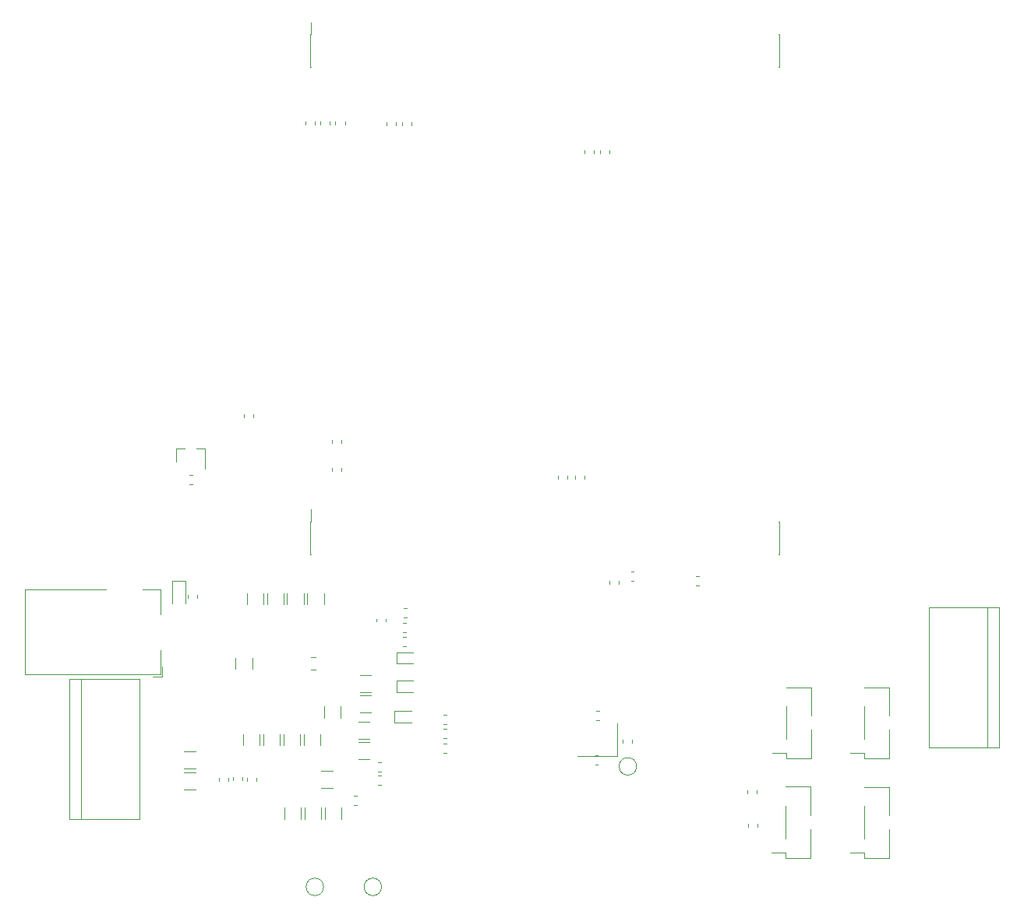
<source format=gbr>
G04 #@! TF.GenerationSoftware,KiCad,Pcbnew,5.0.2+dfsg1-1*
G04 #@! TF.CreationDate,2020-03-08T16:41:42+01:00*
G04 #@! TF.ProjectId,dlp_01,646c705f-3031-42e6-9b69-6361645f7063,rev?*
G04 #@! TF.SameCoordinates,Original*
G04 #@! TF.FileFunction,Legend,Bot*
G04 #@! TF.FilePolarity,Positive*
%FSLAX46Y46*%
G04 Gerber Fmt 4.6, Leading zero omitted, Abs format (unit mm)*
G04 Created by KiCad (PCBNEW 5.0.2+dfsg1-1) date Sun 08 Mar 2020 16:41:42 CET*
%MOMM*%
%LPD*%
G01*
G04 APERTURE LIST*
%ADD10C,0.120000*%
G04 APERTURE END LIST*
D10*
G04 #@! TO.C,R102*
X123241422Y-124590000D02*
X123758578Y-124590000D01*
X123241422Y-126010000D02*
X123758578Y-126010000D01*
G04 #@! TO.C,J1*
X174085000Y-60435000D02*
X174150000Y-60435000D01*
X174085000Y-56905000D02*
X174150000Y-56905000D01*
X123230000Y-60435000D02*
X123295000Y-60435000D01*
X123230000Y-56905000D02*
X123295000Y-56905000D01*
X123295000Y-55580000D02*
X123295000Y-56905000D01*
X174150000Y-56905000D02*
X174150000Y-60435000D01*
X123230000Y-56905000D02*
X123230000Y-60435000D01*
G04 #@! TO.C,J2*
X174085000Y-113425000D02*
X174150000Y-113425000D01*
X174085000Y-109895000D02*
X174150000Y-109895000D01*
X123230000Y-113425000D02*
X123295000Y-113425000D01*
X123230000Y-109895000D02*
X123295000Y-109895000D01*
X123295000Y-108570000D02*
X123295000Y-109895000D01*
X174150000Y-109895000D02*
X174150000Y-113425000D01*
X123230000Y-109895000D02*
X123230000Y-113425000D01*
G04 #@! TO.C,R10*
X157140000Y-133912779D02*
X157140000Y-133587221D01*
X158160000Y-133912779D02*
X158160000Y-133587221D01*
G04 #@! TO.C,R11*
X133237221Y-122390000D02*
X133562779Y-122390000D01*
X133237221Y-123410000D02*
X133562779Y-123410000D01*
G04 #@! TO.C,R12*
X133237221Y-120890000D02*
X133562779Y-120890000D01*
X133237221Y-121910000D02*
X133562779Y-121910000D01*
G04 #@! TO.C,R16*
X154562779Y-131510000D02*
X154237221Y-131510000D01*
X154562779Y-130490000D02*
X154237221Y-130490000D01*
G04 #@! TO.C,R19*
X153010000Y-104887221D02*
X153010000Y-105212779D01*
X151990000Y-104887221D02*
X151990000Y-105212779D01*
G04 #@! TO.C,R37*
X151110000Y-104887221D02*
X151110000Y-105212779D01*
X150090000Y-104887221D02*
X150090000Y-105212779D01*
G04 #@! TO.C,R39*
X133337221Y-119290000D02*
X133662779Y-119290000D01*
X133337221Y-120310000D02*
X133662779Y-120310000D01*
G04 #@! TO.C,R41*
X137962779Y-133410000D02*
X137637221Y-133410000D01*
X137962779Y-132390000D02*
X137637221Y-132390000D01*
G04 #@! TO.C,R42*
X130390000Y-120762779D02*
X130390000Y-120437221D01*
X131410000Y-120762779D02*
X131410000Y-120437221D01*
G04 #@! TO.C,R43*
X137962779Y-131910000D02*
X137637221Y-131910000D01*
X137962779Y-130890000D02*
X137637221Y-130890000D01*
G04 #@! TO.C,R44*
X137962779Y-135010000D02*
X137637221Y-135010000D01*
X137962779Y-133990000D02*
X137637221Y-133990000D01*
G04 #@! TO.C,R51*
X165462779Y-116810000D02*
X165137221Y-116810000D01*
X165462779Y-115790000D02*
X165137221Y-115790000D01*
G04 #@! TO.C,R52*
X171750000Y-142737221D02*
X171750000Y-143062779D01*
X170730000Y-142737221D02*
X170730000Y-143062779D01*
G04 #@! TO.C,R53*
X171710000Y-139137221D02*
X171710000Y-139462779D01*
X170690000Y-139137221D02*
X170690000Y-139462779D01*
G04 #@! TO.C,R54*
X128262779Y-140710000D02*
X127937221Y-140710000D01*
X128262779Y-139690000D02*
X127937221Y-139690000D01*
G04 #@! TO.C,R56*
X114310000Y-137787221D02*
X114310000Y-138112779D01*
X113290000Y-137787221D02*
X113290000Y-138112779D01*
G04 #@! TO.C,R58*
X116290000Y-138062779D02*
X116290000Y-137737221D01*
X117310000Y-138062779D02*
X117310000Y-137737221D01*
G04 #@! TO.C,R70*
X126960000Y-66387221D02*
X126960000Y-66712779D01*
X125940000Y-66387221D02*
X125940000Y-66712779D01*
G04 #@! TO.C,R71*
X125310000Y-66387221D02*
X125310000Y-66712779D01*
X124290000Y-66387221D02*
X124290000Y-66712779D01*
G04 #@! TO.C,R74*
X156710000Y-116337221D02*
X156710000Y-116662779D01*
X155690000Y-116337221D02*
X155690000Y-116662779D01*
G04 #@! TO.C,R77*
X123710000Y-66387221D02*
X123710000Y-66712779D01*
X122690000Y-66387221D02*
X122690000Y-66712779D01*
G04 #@! TO.C,R78*
X158037221Y-115290000D02*
X158362779Y-115290000D01*
X158037221Y-116310000D02*
X158362779Y-116310000D01*
G04 #@! TO.C,R92*
X117010000Y-98237221D02*
X117010000Y-98562779D01*
X115990000Y-98237221D02*
X115990000Y-98562779D01*
G04 #@! TO.C,R93*
X125590000Y-101362779D02*
X125590000Y-101037221D01*
X126610000Y-101362779D02*
X126610000Y-101037221D01*
G04 #@! TO.C,R94*
X126610000Y-104037221D02*
X126610000Y-104362779D01*
X125590000Y-104037221D02*
X125590000Y-104362779D01*
G04 #@! TO.C,R95*
X110037221Y-104790000D02*
X110362779Y-104790000D01*
X110037221Y-105810000D02*
X110362779Y-105810000D01*
G04 #@! TO.C,R96*
X109890000Y-118162779D02*
X109890000Y-117837221D01*
X110910000Y-118162779D02*
X110910000Y-117837221D01*
G04 #@! TO.C,C47*
X154462779Y-136310000D02*
X154137221Y-136310000D01*
X154462779Y-135290000D02*
X154137221Y-135290000D01*
G04 #@! TO.C,C48*
X122590000Y-142202064D02*
X122590000Y-140997936D01*
X124410000Y-142202064D02*
X124410000Y-140997936D01*
G04 #@! TO.C,C50*
X124790000Y-142202064D02*
X124790000Y-140997936D01*
X126610000Y-142202064D02*
X126610000Y-140997936D01*
G04 #@! TO.C,C53*
X109497936Y-137190000D02*
X110702064Y-137190000D01*
X109497936Y-139010000D02*
X110702064Y-139010000D01*
G04 #@! TO.C,C54*
X115810000Y-137687221D02*
X115810000Y-138012779D01*
X114790000Y-137687221D02*
X114790000Y-138012779D01*
G04 #@! TO.C,C56*
X109497936Y-134890000D02*
X110702064Y-134890000D01*
X109497936Y-136710000D02*
X110702064Y-136710000D01*
G04 #@! TO.C,C57*
X120390000Y-142202064D02*
X120390000Y-140997936D01*
X122210000Y-142202064D02*
X122210000Y-140997936D01*
G04 #@! TO.C,C59*
X129802064Y-130610000D02*
X128597936Y-130610000D01*
X129802064Y-128790000D02*
X128597936Y-128790000D01*
G04 #@! TO.C,C60*
X116910000Y-124697936D02*
X116910000Y-125902064D01*
X115090000Y-124697936D02*
X115090000Y-125902064D01*
G04 #@! TO.C,C61*
X119910000Y-132997936D02*
X119910000Y-134202064D01*
X118090000Y-132997936D02*
X118090000Y-134202064D01*
G04 #@! TO.C,C62*
X130862779Y-138510000D02*
X130537221Y-138510000D01*
X130862779Y-137490000D02*
X130537221Y-137490000D01*
G04 #@! TO.C,C64*
X129802064Y-128410000D02*
X128597936Y-128410000D01*
X129802064Y-126590000D02*
X128597936Y-126590000D01*
G04 #@! TO.C,C65*
X122110000Y-132997936D02*
X122110000Y-134202064D01*
X120290000Y-132997936D02*
X120290000Y-134202064D01*
G04 #@! TO.C,C66*
X125602064Y-138810000D02*
X124397936Y-138810000D01*
X125602064Y-136990000D02*
X124397936Y-136990000D01*
G04 #@! TO.C,C67*
X130862779Y-137110000D02*
X130537221Y-137110000D01*
X130862779Y-136090000D02*
X130537221Y-136090000D01*
G04 #@! TO.C,C71*
X129602064Y-135710000D02*
X128397936Y-135710000D01*
X129602064Y-133890000D02*
X128397936Y-133890000D01*
G04 #@! TO.C,C73*
X124310000Y-132997936D02*
X124310000Y-134202064D01*
X122490000Y-132997936D02*
X122490000Y-134202064D01*
G04 #@! TO.C,C76*
X117710000Y-132997936D02*
X117710000Y-134202064D01*
X115890000Y-132997936D02*
X115890000Y-134202064D01*
G04 #@! TO.C,C77*
X120690000Y-118902064D02*
X120690000Y-117697936D01*
X122510000Y-118902064D02*
X122510000Y-117697936D01*
G04 #@! TO.C,C80*
X122890000Y-118902064D02*
X122890000Y-117697936D01*
X124710000Y-118902064D02*
X124710000Y-117697936D01*
G04 #@! TO.C,C83*
X118490000Y-118902064D02*
X118490000Y-117697936D01*
X120310000Y-118902064D02*
X120310000Y-117697936D01*
G04 #@! TO.C,C84*
X129602064Y-133510000D02*
X128397936Y-133510000D01*
X129602064Y-131690000D02*
X128397936Y-131690000D01*
G04 #@! TO.C,C86*
X116290000Y-118902064D02*
X116290000Y-117697936D01*
X118110000Y-118902064D02*
X118110000Y-117697936D01*
G04 #@! TO.C,C87*
X126510000Y-129997936D02*
X126510000Y-131202064D01*
X124690000Y-129997936D02*
X124690000Y-131202064D01*
G04 #@! TO.C,D5*
X109635000Y-116340000D02*
X109635000Y-118800000D01*
X108165000Y-116340000D02*
X109635000Y-116340000D01*
X108165000Y-118800000D02*
X108165000Y-116340000D01*
G04 #@! TO.C,TP1*
X130950000Y-149600000D02*
G75*
G03X130950000Y-149600000I-950000J0D01*
G01*
G04 #@! TO.C,TP10*
X124650000Y-149600000D02*
G75*
G03X124650000Y-149600000I-950000J0D01*
G01*
G04 #@! TO.C,TP11*
X158650000Y-136500000D02*
G75*
G03X158650000Y-136500000I-950000J0D01*
G01*
G04 #@! TO.C,D2*
X134200000Y-130500000D02*
X132350000Y-130500000D01*
X134200000Y-131700000D02*
X132350000Y-131700000D01*
X132350000Y-131700000D02*
X132350000Y-130500000D01*
G04 #@! TO.C,D3*
X134400000Y-127200000D02*
X132550000Y-127200000D01*
X134400000Y-128400000D02*
X132550000Y-128400000D01*
X132550000Y-128400000D02*
X132550000Y-127200000D01*
G04 #@! TO.C,D4*
X134400000Y-124100000D02*
X132550000Y-124100000D01*
X134400000Y-125300000D02*
X132550000Y-125300000D01*
X132550000Y-125300000D02*
X132550000Y-124100000D01*
G04 #@! TO.C,J6*
X174945001Y-133555001D02*
X174945001Y-129995001D01*
X177605001Y-131015001D02*
X177605001Y-127905001D01*
X177605001Y-128475001D02*
X177605001Y-127905001D01*
X174945001Y-135645001D02*
X174945001Y-135075001D01*
X174945001Y-135075001D02*
X173425001Y-135075001D01*
X177605001Y-135645001D02*
X177605001Y-132535001D01*
X174945001Y-127905001D02*
X177605001Y-127905001D01*
X174945001Y-135645001D02*
X177605001Y-135645001D01*
G04 #@! TO.C,J7*
X183415000Y-133555001D02*
X183415000Y-129995001D01*
X186075000Y-131015001D02*
X186075000Y-127905001D01*
X186075000Y-128475001D02*
X186075000Y-127905001D01*
X183415000Y-135645001D02*
X183415000Y-135075001D01*
X183415000Y-135075001D02*
X181895000Y-135075001D01*
X186075000Y-135645001D02*
X186075000Y-132535001D01*
X183415000Y-127905001D02*
X186075000Y-127905001D01*
X183415000Y-135645001D02*
X186075000Y-135645001D01*
G04 #@! TO.C,J8*
X174845001Y-144355001D02*
X174845001Y-140795001D01*
X177505001Y-141815001D02*
X177505001Y-138705001D01*
X177505001Y-139275001D02*
X177505001Y-138705001D01*
X174845001Y-146445001D02*
X174845001Y-145875001D01*
X174845001Y-145875001D02*
X173325001Y-145875001D01*
X177505001Y-146445001D02*
X177505001Y-143335001D01*
X174845001Y-138705001D02*
X177505001Y-138705001D01*
X174845001Y-146445001D02*
X177505001Y-146445001D01*
G04 #@! TO.C,J9*
X183415000Y-144380000D02*
X183415000Y-140820000D01*
X186075000Y-141840000D02*
X186075000Y-138730000D01*
X186075000Y-139300000D02*
X186075000Y-138730000D01*
X183415000Y-146470000D02*
X183415000Y-145900000D01*
X183415000Y-145900000D02*
X181895000Y-145900000D01*
X186075000Y-146470000D02*
X186075000Y-143360000D01*
X183415000Y-138730000D02*
X186075000Y-138730000D01*
X183415000Y-146470000D02*
X186075000Y-146470000D01*
G04 #@! TO.C,Q1*
X108620000Y-101940000D02*
X108620000Y-103400000D01*
X111780000Y-101940000D02*
X111780000Y-104100000D01*
X111780000Y-101940000D02*
X110850000Y-101940000D01*
X108620000Y-101940000D02*
X109550000Y-101940000D01*
G04 #@! TO.C,J4*
X198010000Y-119200000D02*
X198010000Y-134440000D01*
X190390000Y-119200000D02*
X190390000Y-134440000D01*
X196740000Y-119200000D02*
X196740000Y-134440000D01*
X198010000Y-134440000D02*
X190390000Y-134440000D01*
X198010000Y-119200000D02*
X190390000Y-119200000D01*
G04 #@! TO.C,J5*
X96990000Y-142240000D02*
X96990000Y-127000000D01*
X104610000Y-142240000D02*
X104610000Y-127000000D01*
X98260000Y-142240000D02*
X98260000Y-127000000D01*
X96990000Y-127000000D02*
X104610000Y-127000000D01*
X96990000Y-142240000D02*
X104610000Y-142240000D01*
G04 #@! TO.C,U3*
X156550000Y-135350000D02*
X152250000Y-135350000D01*
X156550000Y-131850000D02*
X156550000Y-135350000D01*
G04 #@! TO.C,J3*
X106900000Y-126500000D02*
X106900000Y-123900000D01*
X92200000Y-126500000D02*
X106900000Y-126500000D01*
X106900000Y-117300000D02*
X105000000Y-117300000D01*
X106900000Y-120000000D02*
X106900000Y-117300000D01*
X92200000Y-117300000D02*
X92200000Y-126500000D01*
X101000000Y-117300000D02*
X92200000Y-117300000D01*
X106050000Y-126700000D02*
X107100000Y-126700000D01*
X107100000Y-125650000D02*
X107100000Y-126700000D01*
G04 #@! TO.C,R105*
X154690000Y-69537221D02*
X154690000Y-69862779D01*
X155710000Y-69537221D02*
X155710000Y-69862779D01*
G04 #@! TO.C,R106*
X152990000Y-69537221D02*
X152990000Y-69862779D01*
X154010000Y-69537221D02*
X154010000Y-69862779D01*
G04 #@! TO.C,R107*
X132510000Y-66437221D02*
X132510000Y-66762779D01*
X131490000Y-66437221D02*
X131490000Y-66762779D01*
G04 #@! TO.C,R108*
X133190000Y-66437221D02*
X133190000Y-66762779D01*
X134210000Y-66437221D02*
X134210000Y-66762779D01*
G04 #@! TD*
M02*

</source>
